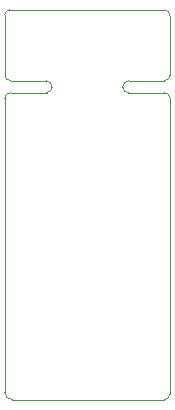
<source format=gm1>
G04 Layer_Color=16711935*
%FSLAX24Y24*%
%MOIN*%
G70*
G01*
G75*
%ADD14C,0.0039*%
D14*
X5315Y0D02*
G03*
X5512Y197I0J197D01*
G01*
Y10039D02*
G03*
X5315Y10236I-197J0D01*
G01*
X3937Y10413D02*
G03*
X4114Y10236I177J0D01*
G01*
X4134Y10630D02*
G03*
X3937Y10433I0J-197D01*
G01*
X5315Y10630D02*
G03*
X5512Y10827I0J197D01*
G01*
Y12795D02*
G03*
X5315Y12992I-197J0D01*
G01*
X157D02*
G03*
X0Y12835I0J-157D01*
G01*
Y10827D02*
G03*
X197Y10630I197J0D01*
G01*
X1575Y10433D02*
G03*
X1378Y10630I-197J0D01*
G01*
X1398Y10236D02*
G03*
X1575Y10413I0J177D01*
G01*
X197Y10236D02*
G03*
X0Y10039I0J-197D01*
G01*
Y251D02*
G03*
X251Y0I251J0D01*
G01*
X251D02*
X5315D01*
X5512Y197D02*
Y251D01*
Y10039D01*
X4114Y10236D02*
X5315D01*
X3937Y10413D02*
Y10433D01*
X4134Y10630D02*
X5315D01*
X5512Y10827D02*
Y12795D01*
X5261Y12992D02*
X5315D01*
X157D02*
X5261D01*
X0Y10827D02*
Y12835D01*
X197Y10630D02*
X1378D01*
X1575Y10413D02*
Y10433D01*
X197Y10236D02*
X1398D01*
X0Y9985D02*
Y10039D01*
Y251D02*
Y9985D01*
X251Y0D02*
X251D01*
X5315D02*
G03*
X5512Y197I0J197D01*
G01*
Y10039D02*
G03*
X5315Y10236I-197J0D01*
G01*
X3937Y10413D02*
G03*
X4114Y10236I177J0D01*
G01*
X4134Y10630D02*
G03*
X3937Y10433I0J-197D01*
G01*
X5315Y10630D02*
G03*
X5512Y10827I0J197D01*
G01*
Y12795D02*
G03*
X5315Y12992I-197J0D01*
G01*
X157D02*
G03*
X0Y12835I0J-157D01*
G01*
Y10827D02*
G03*
X197Y10630I197J0D01*
G01*
X1575Y10433D02*
G03*
X1378Y10630I-197J0D01*
G01*
X1398Y10236D02*
G03*
X1575Y10413I0J177D01*
G01*
X197Y10236D02*
G03*
X0Y10039I0J-197D01*
G01*
Y251D02*
G03*
X251Y0I251J0D01*
G01*
X251D02*
X5315D01*
X5512Y197D02*
Y251D01*
Y10039D01*
X4114Y10236D02*
X5315D01*
X3937Y10413D02*
Y10433D01*
X4134Y10630D02*
X5315D01*
X5512Y10827D02*
Y12795D01*
X5261Y12992D02*
X5315D01*
X157D02*
X5261D01*
X0Y10827D02*
Y12835D01*
X197Y10630D02*
X1378D01*
X1575Y10413D02*
Y10433D01*
X197Y10236D02*
X1398D01*
X0Y9985D02*
Y10039D01*
Y251D02*
Y9985D01*
X251Y0D02*
X251D01*
M02*

</source>
